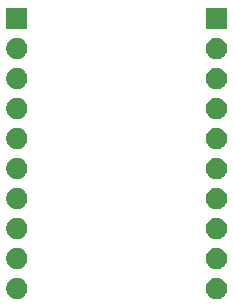
<source format=gbr>
G04 #@! TF.GenerationSoftware,KiCad,Pcbnew,(5.1.5)-3*
G04 #@! TF.CreationDate,2020-06-22T22:14:50-04:00*
G04 #@! TF.ProjectId,74X273 Simplified pinout,37345832-3733-4205-9369-6d706c696669,rev?*
G04 #@! TF.SameCoordinates,Original*
G04 #@! TF.FileFunction,Soldermask,Bot*
G04 #@! TF.FilePolarity,Negative*
%FSLAX46Y46*%
G04 Gerber Fmt 4.6, Leading zero omitted, Abs format (unit mm)*
G04 Created by KiCad (PCBNEW (5.1.5)-3) date 2020-06-22 22:14:50*
%MOMM*%
%LPD*%
G04 APERTURE LIST*
%ADD10C,0.100000*%
G04 APERTURE END LIST*
D10*
G36*
X167013512Y-99463927D02*
G01*
X167162812Y-99493624D01*
X167326784Y-99561544D01*
X167474354Y-99660147D01*
X167599853Y-99785646D01*
X167698456Y-99933216D01*
X167766376Y-100097188D01*
X167801000Y-100271259D01*
X167801000Y-100448741D01*
X167766376Y-100622812D01*
X167698456Y-100786784D01*
X167599853Y-100934354D01*
X167474354Y-101059853D01*
X167326784Y-101158456D01*
X167162812Y-101226376D01*
X167013512Y-101256073D01*
X166988742Y-101261000D01*
X166811258Y-101261000D01*
X166786488Y-101256073D01*
X166637188Y-101226376D01*
X166473216Y-101158456D01*
X166325646Y-101059853D01*
X166200147Y-100934354D01*
X166101544Y-100786784D01*
X166033624Y-100622812D01*
X165999000Y-100448741D01*
X165999000Y-100271259D01*
X166033624Y-100097188D01*
X166101544Y-99933216D01*
X166200147Y-99785646D01*
X166325646Y-99660147D01*
X166473216Y-99561544D01*
X166637188Y-99493624D01*
X166786488Y-99463927D01*
X166811258Y-99459000D01*
X166988742Y-99459000D01*
X167013512Y-99463927D01*
G37*
G36*
X150113512Y-99463927D02*
G01*
X150262812Y-99493624D01*
X150426784Y-99561544D01*
X150574354Y-99660147D01*
X150699853Y-99785646D01*
X150798456Y-99933216D01*
X150866376Y-100097188D01*
X150901000Y-100271259D01*
X150901000Y-100448741D01*
X150866376Y-100622812D01*
X150798456Y-100786784D01*
X150699853Y-100934354D01*
X150574354Y-101059853D01*
X150426784Y-101158456D01*
X150262812Y-101226376D01*
X150113512Y-101256073D01*
X150088742Y-101261000D01*
X149911258Y-101261000D01*
X149886488Y-101256073D01*
X149737188Y-101226376D01*
X149573216Y-101158456D01*
X149425646Y-101059853D01*
X149300147Y-100934354D01*
X149201544Y-100786784D01*
X149133624Y-100622812D01*
X149099000Y-100448741D01*
X149099000Y-100271259D01*
X149133624Y-100097188D01*
X149201544Y-99933216D01*
X149300147Y-99785646D01*
X149425646Y-99660147D01*
X149573216Y-99561544D01*
X149737188Y-99493624D01*
X149886488Y-99463927D01*
X149911258Y-99459000D01*
X150088742Y-99459000D01*
X150113512Y-99463927D01*
G37*
G36*
X150113512Y-96923927D02*
G01*
X150262812Y-96953624D01*
X150426784Y-97021544D01*
X150574354Y-97120147D01*
X150699853Y-97245646D01*
X150798456Y-97393216D01*
X150866376Y-97557188D01*
X150901000Y-97731259D01*
X150901000Y-97908741D01*
X150866376Y-98082812D01*
X150798456Y-98246784D01*
X150699853Y-98394354D01*
X150574354Y-98519853D01*
X150426784Y-98618456D01*
X150262812Y-98686376D01*
X150113512Y-98716073D01*
X150088742Y-98721000D01*
X149911258Y-98721000D01*
X149886488Y-98716073D01*
X149737188Y-98686376D01*
X149573216Y-98618456D01*
X149425646Y-98519853D01*
X149300147Y-98394354D01*
X149201544Y-98246784D01*
X149133624Y-98082812D01*
X149099000Y-97908741D01*
X149099000Y-97731259D01*
X149133624Y-97557188D01*
X149201544Y-97393216D01*
X149300147Y-97245646D01*
X149425646Y-97120147D01*
X149573216Y-97021544D01*
X149737188Y-96953624D01*
X149886488Y-96923927D01*
X149911258Y-96919000D01*
X150088742Y-96919000D01*
X150113512Y-96923927D01*
G37*
G36*
X167013512Y-96923927D02*
G01*
X167162812Y-96953624D01*
X167326784Y-97021544D01*
X167474354Y-97120147D01*
X167599853Y-97245646D01*
X167698456Y-97393216D01*
X167766376Y-97557188D01*
X167801000Y-97731259D01*
X167801000Y-97908741D01*
X167766376Y-98082812D01*
X167698456Y-98246784D01*
X167599853Y-98394354D01*
X167474354Y-98519853D01*
X167326784Y-98618456D01*
X167162812Y-98686376D01*
X167013512Y-98716073D01*
X166988742Y-98721000D01*
X166811258Y-98721000D01*
X166786488Y-98716073D01*
X166637188Y-98686376D01*
X166473216Y-98618456D01*
X166325646Y-98519853D01*
X166200147Y-98394354D01*
X166101544Y-98246784D01*
X166033624Y-98082812D01*
X165999000Y-97908741D01*
X165999000Y-97731259D01*
X166033624Y-97557188D01*
X166101544Y-97393216D01*
X166200147Y-97245646D01*
X166325646Y-97120147D01*
X166473216Y-97021544D01*
X166637188Y-96953624D01*
X166786488Y-96923927D01*
X166811258Y-96919000D01*
X166988742Y-96919000D01*
X167013512Y-96923927D01*
G37*
G36*
X167013512Y-94383927D02*
G01*
X167162812Y-94413624D01*
X167326784Y-94481544D01*
X167474354Y-94580147D01*
X167599853Y-94705646D01*
X167698456Y-94853216D01*
X167766376Y-95017188D01*
X167801000Y-95191259D01*
X167801000Y-95368741D01*
X167766376Y-95542812D01*
X167698456Y-95706784D01*
X167599853Y-95854354D01*
X167474354Y-95979853D01*
X167326784Y-96078456D01*
X167162812Y-96146376D01*
X167013512Y-96176073D01*
X166988742Y-96181000D01*
X166811258Y-96181000D01*
X166786488Y-96176073D01*
X166637188Y-96146376D01*
X166473216Y-96078456D01*
X166325646Y-95979853D01*
X166200147Y-95854354D01*
X166101544Y-95706784D01*
X166033624Y-95542812D01*
X165999000Y-95368741D01*
X165999000Y-95191259D01*
X166033624Y-95017188D01*
X166101544Y-94853216D01*
X166200147Y-94705646D01*
X166325646Y-94580147D01*
X166473216Y-94481544D01*
X166637188Y-94413624D01*
X166786488Y-94383927D01*
X166811258Y-94379000D01*
X166988742Y-94379000D01*
X167013512Y-94383927D01*
G37*
G36*
X150113512Y-94383927D02*
G01*
X150262812Y-94413624D01*
X150426784Y-94481544D01*
X150574354Y-94580147D01*
X150699853Y-94705646D01*
X150798456Y-94853216D01*
X150866376Y-95017188D01*
X150901000Y-95191259D01*
X150901000Y-95368741D01*
X150866376Y-95542812D01*
X150798456Y-95706784D01*
X150699853Y-95854354D01*
X150574354Y-95979853D01*
X150426784Y-96078456D01*
X150262812Y-96146376D01*
X150113512Y-96176073D01*
X150088742Y-96181000D01*
X149911258Y-96181000D01*
X149886488Y-96176073D01*
X149737188Y-96146376D01*
X149573216Y-96078456D01*
X149425646Y-95979853D01*
X149300147Y-95854354D01*
X149201544Y-95706784D01*
X149133624Y-95542812D01*
X149099000Y-95368741D01*
X149099000Y-95191259D01*
X149133624Y-95017188D01*
X149201544Y-94853216D01*
X149300147Y-94705646D01*
X149425646Y-94580147D01*
X149573216Y-94481544D01*
X149737188Y-94413624D01*
X149886488Y-94383927D01*
X149911258Y-94379000D01*
X150088742Y-94379000D01*
X150113512Y-94383927D01*
G37*
G36*
X150113512Y-91843927D02*
G01*
X150262812Y-91873624D01*
X150426784Y-91941544D01*
X150574354Y-92040147D01*
X150699853Y-92165646D01*
X150798456Y-92313216D01*
X150866376Y-92477188D01*
X150901000Y-92651259D01*
X150901000Y-92828741D01*
X150866376Y-93002812D01*
X150798456Y-93166784D01*
X150699853Y-93314354D01*
X150574354Y-93439853D01*
X150426784Y-93538456D01*
X150262812Y-93606376D01*
X150113512Y-93636073D01*
X150088742Y-93641000D01*
X149911258Y-93641000D01*
X149886488Y-93636073D01*
X149737188Y-93606376D01*
X149573216Y-93538456D01*
X149425646Y-93439853D01*
X149300147Y-93314354D01*
X149201544Y-93166784D01*
X149133624Y-93002812D01*
X149099000Y-92828741D01*
X149099000Y-92651259D01*
X149133624Y-92477188D01*
X149201544Y-92313216D01*
X149300147Y-92165646D01*
X149425646Y-92040147D01*
X149573216Y-91941544D01*
X149737188Y-91873624D01*
X149886488Y-91843927D01*
X149911258Y-91839000D01*
X150088742Y-91839000D01*
X150113512Y-91843927D01*
G37*
G36*
X167013512Y-91843927D02*
G01*
X167162812Y-91873624D01*
X167326784Y-91941544D01*
X167474354Y-92040147D01*
X167599853Y-92165646D01*
X167698456Y-92313216D01*
X167766376Y-92477188D01*
X167801000Y-92651259D01*
X167801000Y-92828741D01*
X167766376Y-93002812D01*
X167698456Y-93166784D01*
X167599853Y-93314354D01*
X167474354Y-93439853D01*
X167326784Y-93538456D01*
X167162812Y-93606376D01*
X167013512Y-93636073D01*
X166988742Y-93641000D01*
X166811258Y-93641000D01*
X166786488Y-93636073D01*
X166637188Y-93606376D01*
X166473216Y-93538456D01*
X166325646Y-93439853D01*
X166200147Y-93314354D01*
X166101544Y-93166784D01*
X166033624Y-93002812D01*
X165999000Y-92828741D01*
X165999000Y-92651259D01*
X166033624Y-92477188D01*
X166101544Y-92313216D01*
X166200147Y-92165646D01*
X166325646Y-92040147D01*
X166473216Y-91941544D01*
X166637188Y-91873624D01*
X166786488Y-91843927D01*
X166811258Y-91839000D01*
X166988742Y-91839000D01*
X167013512Y-91843927D01*
G37*
G36*
X150113512Y-89303927D02*
G01*
X150262812Y-89333624D01*
X150426784Y-89401544D01*
X150574354Y-89500147D01*
X150699853Y-89625646D01*
X150798456Y-89773216D01*
X150866376Y-89937188D01*
X150901000Y-90111259D01*
X150901000Y-90288741D01*
X150866376Y-90462812D01*
X150798456Y-90626784D01*
X150699853Y-90774354D01*
X150574354Y-90899853D01*
X150426784Y-90998456D01*
X150262812Y-91066376D01*
X150113512Y-91096073D01*
X150088742Y-91101000D01*
X149911258Y-91101000D01*
X149886488Y-91096073D01*
X149737188Y-91066376D01*
X149573216Y-90998456D01*
X149425646Y-90899853D01*
X149300147Y-90774354D01*
X149201544Y-90626784D01*
X149133624Y-90462812D01*
X149099000Y-90288741D01*
X149099000Y-90111259D01*
X149133624Y-89937188D01*
X149201544Y-89773216D01*
X149300147Y-89625646D01*
X149425646Y-89500147D01*
X149573216Y-89401544D01*
X149737188Y-89333624D01*
X149886488Y-89303927D01*
X149911258Y-89299000D01*
X150088742Y-89299000D01*
X150113512Y-89303927D01*
G37*
G36*
X167013512Y-89303927D02*
G01*
X167162812Y-89333624D01*
X167326784Y-89401544D01*
X167474354Y-89500147D01*
X167599853Y-89625646D01*
X167698456Y-89773216D01*
X167766376Y-89937188D01*
X167801000Y-90111259D01*
X167801000Y-90288741D01*
X167766376Y-90462812D01*
X167698456Y-90626784D01*
X167599853Y-90774354D01*
X167474354Y-90899853D01*
X167326784Y-90998456D01*
X167162812Y-91066376D01*
X167013512Y-91096073D01*
X166988742Y-91101000D01*
X166811258Y-91101000D01*
X166786488Y-91096073D01*
X166637188Y-91066376D01*
X166473216Y-90998456D01*
X166325646Y-90899853D01*
X166200147Y-90774354D01*
X166101544Y-90626784D01*
X166033624Y-90462812D01*
X165999000Y-90288741D01*
X165999000Y-90111259D01*
X166033624Y-89937188D01*
X166101544Y-89773216D01*
X166200147Y-89625646D01*
X166325646Y-89500147D01*
X166473216Y-89401544D01*
X166637188Y-89333624D01*
X166786488Y-89303927D01*
X166811258Y-89299000D01*
X166988742Y-89299000D01*
X167013512Y-89303927D01*
G37*
G36*
X150113512Y-86763927D02*
G01*
X150262812Y-86793624D01*
X150426784Y-86861544D01*
X150574354Y-86960147D01*
X150699853Y-87085646D01*
X150798456Y-87233216D01*
X150866376Y-87397188D01*
X150901000Y-87571259D01*
X150901000Y-87748741D01*
X150866376Y-87922812D01*
X150798456Y-88086784D01*
X150699853Y-88234354D01*
X150574354Y-88359853D01*
X150426784Y-88458456D01*
X150262812Y-88526376D01*
X150113512Y-88556073D01*
X150088742Y-88561000D01*
X149911258Y-88561000D01*
X149886488Y-88556073D01*
X149737188Y-88526376D01*
X149573216Y-88458456D01*
X149425646Y-88359853D01*
X149300147Y-88234354D01*
X149201544Y-88086784D01*
X149133624Y-87922812D01*
X149099000Y-87748741D01*
X149099000Y-87571259D01*
X149133624Y-87397188D01*
X149201544Y-87233216D01*
X149300147Y-87085646D01*
X149425646Y-86960147D01*
X149573216Y-86861544D01*
X149737188Y-86793624D01*
X149886488Y-86763927D01*
X149911258Y-86759000D01*
X150088742Y-86759000D01*
X150113512Y-86763927D01*
G37*
G36*
X167013512Y-86763927D02*
G01*
X167162812Y-86793624D01*
X167326784Y-86861544D01*
X167474354Y-86960147D01*
X167599853Y-87085646D01*
X167698456Y-87233216D01*
X167766376Y-87397188D01*
X167801000Y-87571259D01*
X167801000Y-87748741D01*
X167766376Y-87922812D01*
X167698456Y-88086784D01*
X167599853Y-88234354D01*
X167474354Y-88359853D01*
X167326784Y-88458456D01*
X167162812Y-88526376D01*
X167013512Y-88556073D01*
X166988742Y-88561000D01*
X166811258Y-88561000D01*
X166786488Y-88556073D01*
X166637188Y-88526376D01*
X166473216Y-88458456D01*
X166325646Y-88359853D01*
X166200147Y-88234354D01*
X166101544Y-88086784D01*
X166033624Y-87922812D01*
X165999000Y-87748741D01*
X165999000Y-87571259D01*
X166033624Y-87397188D01*
X166101544Y-87233216D01*
X166200147Y-87085646D01*
X166325646Y-86960147D01*
X166473216Y-86861544D01*
X166637188Y-86793624D01*
X166786488Y-86763927D01*
X166811258Y-86759000D01*
X166988742Y-86759000D01*
X167013512Y-86763927D01*
G37*
G36*
X167013512Y-84223927D02*
G01*
X167162812Y-84253624D01*
X167326784Y-84321544D01*
X167474354Y-84420147D01*
X167599853Y-84545646D01*
X167698456Y-84693216D01*
X167766376Y-84857188D01*
X167801000Y-85031259D01*
X167801000Y-85208741D01*
X167766376Y-85382812D01*
X167698456Y-85546784D01*
X167599853Y-85694354D01*
X167474354Y-85819853D01*
X167326784Y-85918456D01*
X167162812Y-85986376D01*
X167013512Y-86016073D01*
X166988742Y-86021000D01*
X166811258Y-86021000D01*
X166786488Y-86016073D01*
X166637188Y-85986376D01*
X166473216Y-85918456D01*
X166325646Y-85819853D01*
X166200147Y-85694354D01*
X166101544Y-85546784D01*
X166033624Y-85382812D01*
X165999000Y-85208741D01*
X165999000Y-85031259D01*
X166033624Y-84857188D01*
X166101544Y-84693216D01*
X166200147Y-84545646D01*
X166325646Y-84420147D01*
X166473216Y-84321544D01*
X166637188Y-84253624D01*
X166786488Y-84223927D01*
X166811258Y-84219000D01*
X166988742Y-84219000D01*
X167013512Y-84223927D01*
G37*
G36*
X150113512Y-84223927D02*
G01*
X150262812Y-84253624D01*
X150426784Y-84321544D01*
X150574354Y-84420147D01*
X150699853Y-84545646D01*
X150798456Y-84693216D01*
X150866376Y-84857188D01*
X150901000Y-85031259D01*
X150901000Y-85208741D01*
X150866376Y-85382812D01*
X150798456Y-85546784D01*
X150699853Y-85694354D01*
X150574354Y-85819853D01*
X150426784Y-85918456D01*
X150262812Y-85986376D01*
X150113512Y-86016073D01*
X150088742Y-86021000D01*
X149911258Y-86021000D01*
X149886488Y-86016073D01*
X149737188Y-85986376D01*
X149573216Y-85918456D01*
X149425646Y-85819853D01*
X149300147Y-85694354D01*
X149201544Y-85546784D01*
X149133624Y-85382812D01*
X149099000Y-85208741D01*
X149099000Y-85031259D01*
X149133624Y-84857188D01*
X149201544Y-84693216D01*
X149300147Y-84545646D01*
X149425646Y-84420147D01*
X149573216Y-84321544D01*
X149737188Y-84253624D01*
X149886488Y-84223927D01*
X149911258Y-84219000D01*
X150088742Y-84219000D01*
X150113512Y-84223927D01*
G37*
G36*
X167013512Y-81683927D02*
G01*
X167162812Y-81713624D01*
X167326784Y-81781544D01*
X167474354Y-81880147D01*
X167599853Y-82005646D01*
X167698456Y-82153216D01*
X167766376Y-82317188D01*
X167801000Y-82491259D01*
X167801000Y-82668741D01*
X167766376Y-82842812D01*
X167698456Y-83006784D01*
X167599853Y-83154354D01*
X167474354Y-83279853D01*
X167326784Y-83378456D01*
X167162812Y-83446376D01*
X167013512Y-83476073D01*
X166988742Y-83481000D01*
X166811258Y-83481000D01*
X166786488Y-83476073D01*
X166637188Y-83446376D01*
X166473216Y-83378456D01*
X166325646Y-83279853D01*
X166200147Y-83154354D01*
X166101544Y-83006784D01*
X166033624Y-82842812D01*
X165999000Y-82668741D01*
X165999000Y-82491259D01*
X166033624Y-82317188D01*
X166101544Y-82153216D01*
X166200147Y-82005646D01*
X166325646Y-81880147D01*
X166473216Y-81781544D01*
X166637188Y-81713624D01*
X166786488Y-81683927D01*
X166811258Y-81679000D01*
X166988742Y-81679000D01*
X167013512Y-81683927D01*
G37*
G36*
X150113512Y-81683927D02*
G01*
X150262812Y-81713624D01*
X150426784Y-81781544D01*
X150574354Y-81880147D01*
X150699853Y-82005646D01*
X150798456Y-82153216D01*
X150866376Y-82317188D01*
X150901000Y-82491259D01*
X150901000Y-82668741D01*
X150866376Y-82842812D01*
X150798456Y-83006784D01*
X150699853Y-83154354D01*
X150574354Y-83279853D01*
X150426784Y-83378456D01*
X150262812Y-83446376D01*
X150113512Y-83476073D01*
X150088742Y-83481000D01*
X149911258Y-83481000D01*
X149886488Y-83476073D01*
X149737188Y-83446376D01*
X149573216Y-83378456D01*
X149425646Y-83279853D01*
X149300147Y-83154354D01*
X149201544Y-83006784D01*
X149133624Y-82842812D01*
X149099000Y-82668741D01*
X149099000Y-82491259D01*
X149133624Y-82317188D01*
X149201544Y-82153216D01*
X149300147Y-82005646D01*
X149425646Y-81880147D01*
X149573216Y-81781544D01*
X149737188Y-81713624D01*
X149886488Y-81683927D01*
X149911258Y-81679000D01*
X150088742Y-81679000D01*
X150113512Y-81683927D01*
G37*
G36*
X167013512Y-79143927D02*
G01*
X167162812Y-79173624D01*
X167326784Y-79241544D01*
X167474354Y-79340147D01*
X167599853Y-79465646D01*
X167698456Y-79613216D01*
X167766376Y-79777188D01*
X167801000Y-79951259D01*
X167801000Y-80128741D01*
X167766376Y-80302812D01*
X167698456Y-80466784D01*
X167599853Y-80614354D01*
X167474354Y-80739853D01*
X167326784Y-80838456D01*
X167162812Y-80906376D01*
X167013512Y-80936073D01*
X166988742Y-80941000D01*
X166811258Y-80941000D01*
X166786488Y-80936073D01*
X166637188Y-80906376D01*
X166473216Y-80838456D01*
X166325646Y-80739853D01*
X166200147Y-80614354D01*
X166101544Y-80466784D01*
X166033624Y-80302812D01*
X165999000Y-80128741D01*
X165999000Y-79951259D01*
X166033624Y-79777188D01*
X166101544Y-79613216D01*
X166200147Y-79465646D01*
X166325646Y-79340147D01*
X166473216Y-79241544D01*
X166637188Y-79173624D01*
X166786488Y-79143927D01*
X166811258Y-79139000D01*
X166988742Y-79139000D01*
X167013512Y-79143927D01*
G37*
G36*
X150113512Y-79143927D02*
G01*
X150262812Y-79173624D01*
X150426784Y-79241544D01*
X150574354Y-79340147D01*
X150699853Y-79465646D01*
X150798456Y-79613216D01*
X150866376Y-79777188D01*
X150901000Y-79951259D01*
X150901000Y-80128741D01*
X150866376Y-80302812D01*
X150798456Y-80466784D01*
X150699853Y-80614354D01*
X150574354Y-80739853D01*
X150426784Y-80838456D01*
X150262812Y-80906376D01*
X150113512Y-80936073D01*
X150088742Y-80941000D01*
X149911258Y-80941000D01*
X149886488Y-80936073D01*
X149737188Y-80906376D01*
X149573216Y-80838456D01*
X149425646Y-80739853D01*
X149300147Y-80614354D01*
X149201544Y-80466784D01*
X149133624Y-80302812D01*
X149099000Y-80128741D01*
X149099000Y-79951259D01*
X149133624Y-79777188D01*
X149201544Y-79613216D01*
X149300147Y-79465646D01*
X149425646Y-79340147D01*
X149573216Y-79241544D01*
X149737188Y-79173624D01*
X149886488Y-79143927D01*
X149911258Y-79139000D01*
X150088742Y-79139000D01*
X150113512Y-79143927D01*
G37*
G36*
X167801000Y-78401000D02*
G01*
X165999000Y-78401000D01*
X165999000Y-76599000D01*
X167801000Y-76599000D01*
X167801000Y-78401000D01*
G37*
G36*
X150901000Y-78401000D02*
G01*
X149099000Y-78401000D01*
X149099000Y-76599000D01*
X150901000Y-76599000D01*
X150901000Y-78401000D01*
G37*
M02*

</source>
